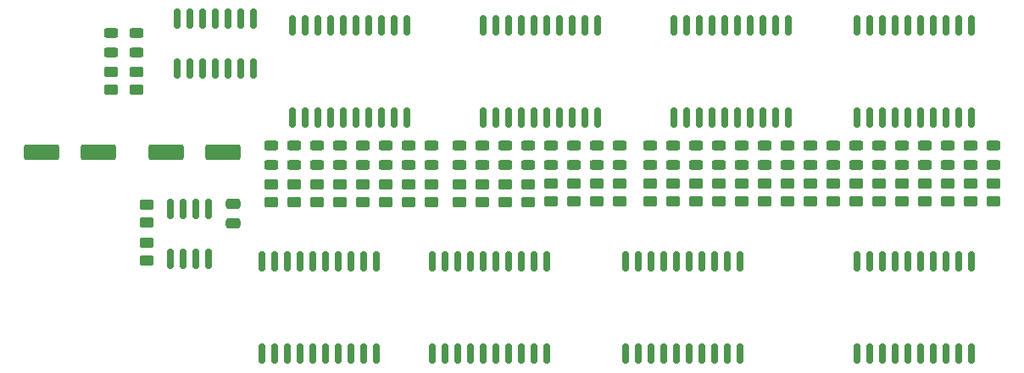
<source format=gbr>
%TF.GenerationSoftware,KiCad,Pcbnew,(6.0.0-0)*%
%TF.CreationDate,2022-03-08T07:21:28-05:00*%
%TF.ProjectId,Module-Tester,4d6f6475-6c65-42d5-9465-737465722e6b,rev?*%
%TF.SameCoordinates,Original*%
%TF.FileFunction,Paste,Top*%
%TF.FilePolarity,Positive*%
%FSLAX46Y46*%
G04 Gerber Fmt 4.6, Leading zero omitted, Abs format (unit mm)*
G04 Created by KiCad (PCBNEW (6.0.0-0)) date 2022-03-08 07:21:28*
%MOMM*%
%LPD*%
G01*
G04 APERTURE LIST*
G04 Aperture macros list*
%AMRoundRect*
0 Rectangle with rounded corners*
0 $1 Rounding radius*
0 $2 $3 $4 $5 $6 $7 $8 $9 X,Y pos of 4 corners*
0 Add a 4 corners polygon primitive as box body*
4,1,4,$2,$3,$4,$5,$6,$7,$8,$9,$2,$3,0*
0 Add four circle primitives for the rounded corners*
1,1,$1+$1,$2,$3*
1,1,$1+$1,$4,$5*
1,1,$1+$1,$6,$7*
1,1,$1+$1,$8,$9*
0 Add four rect primitives between the rounded corners*
20,1,$1+$1,$2,$3,$4,$5,0*
20,1,$1+$1,$4,$5,$6,$7,0*
20,1,$1+$1,$6,$7,$8,$9,0*
20,1,$1+$1,$8,$9,$2,$3,0*%
G04 Aperture macros list end*
%ADD10RoundRect,0.250000X-0.450000X0.262500X-0.450000X-0.262500X0.450000X-0.262500X0.450000X0.262500X0*%
%ADD11RoundRect,0.150000X0.150000X-0.875000X0.150000X0.875000X-0.150000X0.875000X-0.150000X-0.875000X0*%
%ADD12RoundRect,0.243750X0.456250X-0.243750X0.456250X0.243750X-0.456250X0.243750X-0.456250X-0.243750X0*%
%ADD13RoundRect,0.250000X-0.475000X0.250000X-0.475000X-0.250000X0.475000X-0.250000X0.475000X0.250000X0*%
%ADD14RoundRect,0.250000X-1.500000X-0.550000X1.500000X-0.550000X1.500000X0.550000X-1.500000X0.550000X0*%
%ADD15RoundRect,0.250000X0.450000X-0.262500X0.450000X0.262500X-0.450000X0.262500X-0.450000X-0.262500X0*%
%ADD16RoundRect,0.150000X0.150000X-0.825000X0.150000X0.825000X-0.150000X0.825000X-0.150000X-0.825000X0*%
G04 APERTURE END LIST*
D10*
%TO.C,R15*%
X154832000Y-97167000D03*
X154832000Y-98992000D03*
%TD*%
D11*
%TO.C,U4*%
X148101000Y-90616000D03*
X149371000Y-90616000D03*
X150641000Y-90616000D03*
X151911000Y-90616000D03*
X153181000Y-90616000D03*
X154451000Y-90616000D03*
X155721000Y-90616000D03*
X156991000Y-90616000D03*
X158261000Y-90616000D03*
X159531000Y-90616000D03*
X159531000Y-81316000D03*
X158261000Y-81316000D03*
X156991000Y-81316000D03*
X155721000Y-81316000D03*
X154451000Y-81316000D03*
X153181000Y-81316000D03*
X151911000Y-81316000D03*
X150641000Y-81316000D03*
X149371000Y-81316000D03*
X148101000Y-81316000D03*
%TD*%
D12*
%TO.C,D26*%
X180740000Y-95285500D03*
X180740000Y-93410500D03*
%TD*%
%TO.C,D17*%
X159404000Y-95285500D03*
X159404000Y-93410500D03*
%TD*%
D13*
%TO.C,C2*%
X123082000Y-99240000D03*
X123082000Y-101140000D03*
%TD*%
D12*
%TO.C,D13*%
X150260000Y-95285500D03*
X150260000Y-93410500D03*
%TD*%
D11*
%TO.C,U2*%
X143021000Y-114238000D03*
X144291000Y-114238000D03*
X145561000Y-114238000D03*
X146831000Y-114238000D03*
X148101000Y-114238000D03*
X149371000Y-114238000D03*
X150641000Y-114238000D03*
X151911000Y-114238000D03*
X153181000Y-114238000D03*
X154451000Y-114238000D03*
X154451000Y-104938000D03*
X153181000Y-104938000D03*
X151911000Y-104938000D03*
X150641000Y-104938000D03*
X149371000Y-104938000D03*
X148101000Y-104938000D03*
X146831000Y-104938000D03*
X145561000Y-104938000D03*
X144291000Y-104938000D03*
X143021000Y-104938000D03*
%TD*%
D12*
%TO.C,D3*%
X126892000Y-95285500D03*
X126892000Y-93410500D03*
%TD*%
D11*
%TO.C,U5*%
X185439000Y-114238000D03*
X186709000Y-114238000D03*
X187979000Y-114238000D03*
X189249000Y-114238000D03*
X190519000Y-114238000D03*
X191789000Y-114238000D03*
X193059000Y-114238000D03*
X194329000Y-114238000D03*
X195599000Y-114238000D03*
X196869000Y-114238000D03*
X196869000Y-104938000D03*
X195599000Y-104938000D03*
X194329000Y-104938000D03*
X193059000Y-104938000D03*
X191789000Y-104938000D03*
X190519000Y-104938000D03*
X189249000Y-104938000D03*
X187979000Y-104938000D03*
X186709000Y-104938000D03*
X185439000Y-104938000D03*
%TD*%
D14*
%TO.C,C1*%
X116472000Y-94094000D03*
X122072000Y-94094000D03*
%TD*%
D10*
%TO.C,R36*%
X114446000Y-103087500D03*
X114446000Y-104912500D03*
%TD*%
D12*
%TO.C,D28*%
X185312000Y-95285500D03*
X185312000Y-93410500D03*
%TD*%
D11*
%TO.C,U6*%
X162325000Y-114238000D03*
X163595000Y-114238000D03*
X164865000Y-114238000D03*
X166135000Y-114238000D03*
X167405000Y-114238000D03*
X168675000Y-114238000D03*
X169945000Y-114238000D03*
X171215000Y-114238000D03*
X172485000Y-114238000D03*
X173755000Y-114238000D03*
X173755000Y-104938000D03*
X172485000Y-104938000D03*
X171215000Y-104938000D03*
X169945000Y-104938000D03*
X168675000Y-104938000D03*
X167405000Y-104938000D03*
X166135000Y-104938000D03*
X164865000Y-104938000D03*
X163595000Y-104938000D03*
X162325000Y-104938000D03*
%TD*%
D12*
%TO.C,D15*%
X154832000Y-95285500D03*
X154832000Y-93410500D03*
%TD*%
%TO.C,D18*%
X161690000Y-95285500D03*
X161690000Y-93410500D03*
%TD*%
D10*
%TO.C,R26*%
X180740000Y-97167000D03*
X180740000Y-98992000D03*
%TD*%
%TO.C,R32*%
X194456000Y-97167000D03*
X194456000Y-98992000D03*
%TD*%
%TO.C,R27*%
X183026000Y-97167000D03*
X183026000Y-98992000D03*
%TD*%
%TO.C,R6*%
X133750000Y-97245500D03*
X133750000Y-99070500D03*
%TD*%
D14*
%TO.C,C3*%
X104026000Y-94094000D03*
X109626000Y-94094000D03*
%TD*%
D10*
%TO.C,R19*%
X164738000Y-97167000D03*
X164738000Y-98992000D03*
%TD*%
D12*
%TO.C,D1*%
X110890000Y-84031000D03*
X110890000Y-82156000D03*
%TD*%
D10*
%TO.C,R12*%
X147974000Y-97245500D03*
X147974000Y-99070500D03*
%TD*%
%TO.C,R1*%
X110890000Y-85991000D03*
X110890000Y-87816000D03*
%TD*%
%TO.C,R24*%
X176168000Y-97167000D03*
X176168000Y-98992000D03*
%TD*%
D12*
%TO.C,D19*%
X164738000Y-95285500D03*
X164738000Y-93410500D03*
%TD*%
D11*
%TO.C,U7*%
X185439000Y-90616000D03*
X186709000Y-90616000D03*
X187979000Y-90616000D03*
X189249000Y-90616000D03*
X190519000Y-90616000D03*
X191789000Y-90616000D03*
X193059000Y-90616000D03*
X194329000Y-90616000D03*
X195599000Y-90616000D03*
X196869000Y-90616000D03*
X196869000Y-81316000D03*
X195599000Y-81316000D03*
X194329000Y-81316000D03*
X193059000Y-81316000D03*
X191789000Y-81316000D03*
X190519000Y-81316000D03*
X189249000Y-81316000D03*
X187979000Y-81316000D03*
X186709000Y-81316000D03*
X185439000Y-81316000D03*
%TD*%
D10*
%TO.C,R4*%
X129178000Y-97245500D03*
X129178000Y-99070500D03*
%TD*%
D12*
%TO.C,D23*%
X173882000Y-95285500D03*
X173882000Y-93410500D03*
%TD*%
D10*
%TO.C,R5*%
X131464000Y-97245500D03*
X131464000Y-99070500D03*
%TD*%
D12*
%TO.C,D2*%
X113430000Y-84031000D03*
X113430000Y-82156000D03*
%TD*%
D15*
%TO.C,R35*%
X114446000Y-101102500D03*
X114446000Y-99277500D03*
%TD*%
D10*
%TO.C,R8*%
X138322000Y-97245500D03*
X138322000Y-99070500D03*
%TD*%
D12*
%TO.C,D7*%
X136036000Y-95285500D03*
X136036000Y-93410500D03*
%TD*%
%TO.C,D29*%
X187598000Y-95285500D03*
X187598000Y-93410500D03*
%TD*%
D10*
%TO.C,R18*%
X161690000Y-97167000D03*
X161690000Y-98992000D03*
%TD*%
D12*
%TO.C,D31*%
X192170000Y-95285500D03*
X192170000Y-93410500D03*
%TD*%
D10*
%TO.C,R30*%
X189884000Y-97167000D03*
X189884000Y-98992000D03*
%TD*%
D12*
%TO.C,D14*%
X152546000Y-95285500D03*
X152546000Y-93410500D03*
%TD*%
D10*
%TO.C,R23*%
X173882000Y-97167000D03*
X173882000Y-98992000D03*
%TD*%
D12*
%TO.C,D20*%
X167024000Y-95285500D03*
X167024000Y-93410500D03*
%TD*%
D11*
%TO.C,U1*%
X126003000Y-114238000D03*
X127273000Y-114238000D03*
X128543000Y-114238000D03*
X129813000Y-114238000D03*
X131083000Y-114238000D03*
X132353000Y-114238000D03*
X133623000Y-114238000D03*
X134893000Y-114238000D03*
X136163000Y-114238000D03*
X137433000Y-114238000D03*
X137433000Y-104938000D03*
X136163000Y-104938000D03*
X134893000Y-104938000D03*
X133623000Y-104938000D03*
X132353000Y-104938000D03*
X131083000Y-104938000D03*
X129813000Y-104938000D03*
X128543000Y-104938000D03*
X127273000Y-104938000D03*
X126003000Y-104938000D03*
%TD*%
D12*
%TO.C,D5*%
X131464000Y-95285500D03*
X131464000Y-93410500D03*
%TD*%
D16*
%TO.C,U9*%
X116865000Y-104697000D03*
X118135000Y-104697000D03*
X119405000Y-104697000D03*
X120675000Y-104697000D03*
X120675000Y-99747000D03*
X119405000Y-99747000D03*
X118135000Y-99747000D03*
X116865000Y-99747000D03*
%TD*%
D10*
%TO.C,R22*%
X171596000Y-97167000D03*
X171596000Y-98992000D03*
%TD*%
D12*
%TO.C,D11*%
X145688000Y-95285500D03*
X145688000Y-93410500D03*
%TD*%
%TO.C,D21*%
X169310000Y-95285500D03*
X169310000Y-93410500D03*
%TD*%
%TO.C,D8*%
X138322000Y-95285500D03*
X138322000Y-93410500D03*
%TD*%
%TO.C,D9*%
X140608000Y-95285500D03*
X140608000Y-93410500D03*
%TD*%
D10*
%TO.C,R13*%
X150260000Y-97245500D03*
X150260000Y-99070500D03*
%TD*%
%TO.C,R9*%
X140608000Y-97245500D03*
X140608000Y-99070500D03*
%TD*%
%TO.C,R16*%
X157118000Y-97167000D03*
X157118000Y-98992000D03*
%TD*%
D12*
%TO.C,D34*%
X199028000Y-95285500D03*
X199028000Y-93410500D03*
%TD*%
D10*
%TO.C,R17*%
X159404000Y-97167000D03*
X159404000Y-98992000D03*
%TD*%
%TO.C,R33*%
X196742000Y-97167000D03*
X196742000Y-98992000D03*
%TD*%
D12*
%TO.C,D27*%
X183026000Y-95285500D03*
X183026000Y-93410500D03*
%TD*%
D16*
%TO.C,U10*%
X117494000Y-85647000D03*
X118764000Y-85647000D03*
X120034000Y-85647000D03*
X121304000Y-85647000D03*
X122574000Y-85647000D03*
X123844000Y-85647000D03*
X125114000Y-85647000D03*
X125114000Y-80697000D03*
X123844000Y-80697000D03*
X122574000Y-80697000D03*
X121304000Y-80697000D03*
X120034000Y-80697000D03*
X118764000Y-80697000D03*
X117494000Y-80697000D03*
%TD*%
D11*
%TO.C,U3*%
X129051000Y-90616000D03*
X130321000Y-90616000D03*
X131591000Y-90616000D03*
X132861000Y-90616000D03*
X134131000Y-90616000D03*
X135401000Y-90616000D03*
X136671000Y-90616000D03*
X137941000Y-90616000D03*
X139211000Y-90616000D03*
X140481000Y-90616000D03*
X140481000Y-81316000D03*
X139211000Y-81316000D03*
X137941000Y-81316000D03*
X136671000Y-81316000D03*
X135401000Y-81316000D03*
X134131000Y-81316000D03*
X132861000Y-81316000D03*
X131591000Y-81316000D03*
X130321000Y-81316000D03*
X129051000Y-81316000D03*
%TD*%
D12*
%TO.C,D24*%
X176168000Y-95285500D03*
X176168000Y-93410500D03*
%TD*%
D10*
%TO.C,R14*%
X152546000Y-97245500D03*
X152546000Y-99070500D03*
%TD*%
D12*
%TO.C,D25*%
X178454000Y-95285500D03*
X178454000Y-93410500D03*
%TD*%
%TO.C,D6*%
X133750000Y-95285500D03*
X133750000Y-93410500D03*
%TD*%
%TO.C,D4*%
X129178000Y-95285500D03*
X129178000Y-93410500D03*
%TD*%
D11*
%TO.C,U8*%
X167151000Y-90616000D03*
X168421000Y-90616000D03*
X169691000Y-90616000D03*
X170961000Y-90616000D03*
X172231000Y-90616000D03*
X173501000Y-90616000D03*
X174771000Y-90616000D03*
X176041000Y-90616000D03*
X177311000Y-90616000D03*
X178581000Y-90616000D03*
X178581000Y-81316000D03*
X177311000Y-81316000D03*
X176041000Y-81316000D03*
X174771000Y-81316000D03*
X173501000Y-81316000D03*
X172231000Y-81316000D03*
X170961000Y-81316000D03*
X169691000Y-81316000D03*
X168421000Y-81316000D03*
X167151000Y-81316000D03*
%TD*%
D12*
%TO.C,D12*%
X147974000Y-95285500D03*
X147974000Y-93410500D03*
%TD*%
D10*
%TO.C,R34*%
X199028000Y-97165500D03*
X199028000Y-98990500D03*
%TD*%
%TO.C,R28*%
X185312000Y-97167000D03*
X185312000Y-98992000D03*
%TD*%
%TO.C,R20*%
X167024000Y-97167000D03*
X167024000Y-98992000D03*
%TD*%
D12*
%TO.C,D30*%
X189884000Y-95285500D03*
X189884000Y-93410500D03*
%TD*%
D10*
%TO.C,R7*%
X136036000Y-97245500D03*
X136036000Y-99070500D03*
%TD*%
%TO.C,R3*%
X126892000Y-97245500D03*
X126892000Y-99070500D03*
%TD*%
%TO.C,R2*%
X113430000Y-85991000D03*
X113430000Y-87816000D03*
%TD*%
D12*
%TO.C,D10*%
X142894000Y-95285500D03*
X142894000Y-93410500D03*
%TD*%
%TO.C,D33*%
X196742000Y-95285500D03*
X196742000Y-93410500D03*
%TD*%
D10*
%TO.C,R25*%
X178454000Y-97167000D03*
X178454000Y-98992000D03*
%TD*%
%TO.C,R31*%
X192170000Y-97167000D03*
X192170000Y-98992000D03*
%TD*%
%TO.C,R21*%
X169310000Y-97167000D03*
X169310000Y-98992000D03*
%TD*%
%TO.C,R29*%
X187598000Y-97167000D03*
X187598000Y-98992000D03*
%TD*%
D12*
%TO.C,D32*%
X194456000Y-95285500D03*
X194456000Y-93410500D03*
%TD*%
%TO.C,D22*%
X171596000Y-95285500D03*
X171596000Y-93410500D03*
%TD*%
D10*
%TO.C,R10*%
X142894000Y-97245500D03*
X142894000Y-99070500D03*
%TD*%
D12*
%TO.C,D16*%
X157118000Y-95285500D03*
X157118000Y-93410500D03*
%TD*%
D10*
%TO.C,R11*%
X145688000Y-97245500D03*
X145688000Y-99070500D03*
%TD*%
M02*

</source>
